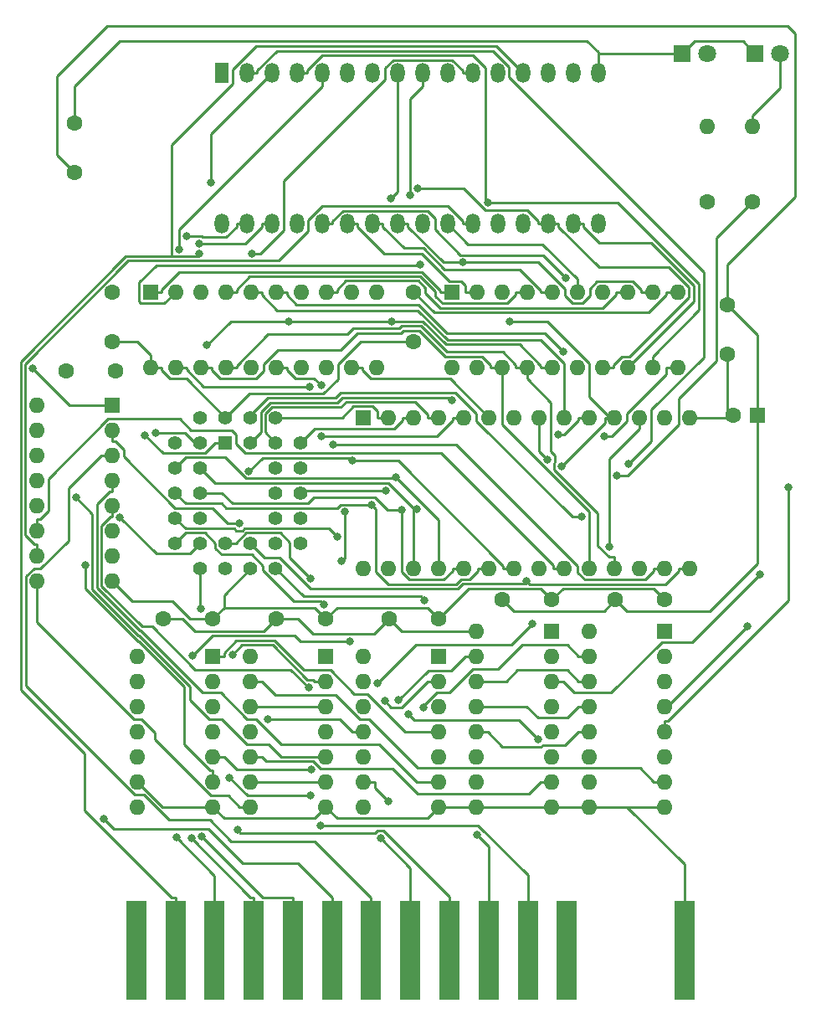
<source format=gbr>
%TF.GenerationSoftware,KiCad,Pcbnew,(6.0.9)*%
%TF.CreationDate,2023-10-29T11:26:51+01:00*%
%TF.ProjectId,p2000t-slot2-datacartridge,70323030-3074-42d7-936c-6f74322d6461,rev?*%
%TF.SameCoordinates,Original*%
%TF.FileFunction,Copper,L2,Bot*%
%TF.FilePolarity,Positive*%
%FSLAX46Y46*%
G04 Gerber Fmt 4.6, Leading zero omitted, Abs format (unit mm)*
G04 Created by KiCad (PCBNEW (6.0.9)) date 2023-10-29 11:26:51*
%MOMM*%
%LPD*%
G01*
G04 APERTURE LIST*
%TA.AperFunction,ComponentPad*%
%ADD10C,1.800000*%
%TD*%
%TA.AperFunction,ComponentPad*%
%ADD11R,1.800000X1.800000*%
%TD*%
%TA.AperFunction,ComponentPad*%
%ADD12O,1.600000X1.600000*%
%TD*%
%TA.AperFunction,ComponentPad*%
%ADD13C,1.600000*%
%TD*%
%TA.AperFunction,ComponentPad*%
%ADD14R,1.600000X1.600000*%
%TD*%
%TA.AperFunction,SMDPad,CuDef*%
%ADD15R,2.000000X10.000000*%
%TD*%
%TA.AperFunction,ComponentPad*%
%ADD16C,1.422400*%
%TD*%
%TA.AperFunction,ComponentPad*%
%ADD17R,1.422400X1.422400*%
%TD*%
%TA.AperFunction,ComponentPad*%
%ADD18O,1.440000X2.000000*%
%TD*%
%TA.AperFunction,ComponentPad*%
%ADD19R,1.440000X2.000000*%
%TD*%
%TA.AperFunction,ViaPad*%
%ADD20C,0.800000*%
%TD*%
%TA.AperFunction,Conductor*%
%ADD21C,0.250000*%
%TD*%
G04 APERTURE END LIST*
D10*
%TO.P,D2,2,A*%
%TO.N,Net-(D2-Pad2)*%
X120899000Y-57150000D03*
D11*
%TO.P,D2,1,K*%
%TO.N,GND*%
X118359000Y-57150000D03*
%TD*%
D12*
%TO.P,R1,2*%
%TO.N,Net-(D1-Pad2)*%
X113538000Y-64516000D03*
D13*
%TO.P,R1,1*%
%TO.N,Net-(R1-Pad1)*%
X113538000Y-72136000D03*
%TD*%
D10*
%TO.P,D1,2,A*%
%TO.N,Net-(D1-Pad2)*%
X113533000Y-57150000D03*
D11*
%TO.P,D1,1,K*%
%TO.N,GND*%
X110993000Y-57150000D03*
%TD*%
D12*
%TO.P,R2,2*%
%TO.N,Net-(D2-Pad2)*%
X118110000Y-64516000D03*
D13*
%TO.P,R2,1*%
%TO.N,Net-(R2-Pad1)*%
X118110000Y-72136000D03*
%TD*%
D12*
%TO.P,U3,16,VCC*%
%TO.N,VCC*%
X45710000Y-92700000D03*
%TO.P,U3,15,O0*%
%TO.N,Net-(U1-Pad2)*%
X45710000Y-95240000D03*
%TO.P,U3,14,O1*%
%TO.N,Net-(U1-Pad5)*%
X45710000Y-97780000D03*
%TO.P,U3,13,O2*%
%TO.N,SO2*%
X45710000Y-100320000D03*
%TO.P,U3,12,O3*%
%TO.N,Net-(U1-Pad11)*%
X45710000Y-102860000D03*
%TO.P,U3,11,O4*%
%TO.N,SO4*%
X45710000Y-105400000D03*
%TO.P,U3,10,O5*%
%TO.N,SO5*%
X45710000Y-107940000D03*
%TO.P,U3,9,O6*%
%TO.N,SO6*%
X45710000Y-110480000D03*
%TO.P,U3,8,GND*%
%TO.N,GND*%
X53330000Y-110480000D03*
%TO.P,U3,7,O7*%
%TO.N,unconnected-(U3-Pad7)*%
X53330000Y-107940000D03*
%TO.P,U3,6,E3*%
%TO.N,Net-(U3-Pad6)*%
X53330000Y-105400000D03*
%TO.P,U3,5,E2*%
%TO.N,~{IORQ}*%
X53330000Y-102860000D03*
%TO.P,U3,4,E1*%
%TO.N,Net-(U2-Pad6)*%
X53330000Y-100320000D03*
%TO.P,U3,3,A2*%
%TO.N,A2*%
X53330000Y-97780000D03*
%TO.P,U3,2,A1*%
%TO.N,A1*%
X53330000Y-95240000D03*
D14*
%TO.P,U3,1,A0*%
%TO.N,A0*%
X53330000Y-92700000D03*
%TD*%
D12*
%TO.P,U2,14,VCC*%
%TO.N,VCC*%
X78740000Y-118110000D03*
%TO.P,U2,13*%
%TO.N,N/C*%
X78740000Y-120650000D03*
%TO.P,U2,12*%
X78740000Y-123190000D03*
%TO.P,U2,11*%
%TO.N,~{RES}*%
X78740000Y-125730000D03*
%TO.P,U2,10*%
%TO.N,Net-(U2-Pad10)*%
X78740000Y-128270000D03*
%TO.P,U2,9*%
%TO.N,~{RES}*%
X78740000Y-130810000D03*
%TO.P,U2,8*%
%TO.N,Net-(U2-Pad8)*%
X78740000Y-133350000D03*
%TO.P,U2,7,GND*%
%TO.N,GND*%
X86360000Y-133350000D03*
%TO.P,U2,6*%
%TO.N,Net-(U2-Pad6)*%
X86360000Y-130810000D03*
%TO.P,U2,5*%
%TO.N,M1*%
X86360000Y-128270000D03*
%TO.P,U2,4*%
%TO.N,Net-(U2-Pad4)*%
X86360000Y-125730000D03*
%TO.P,U2,3*%
%TO.N,A4*%
X86360000Y-123190000D03*
%TO.P,U2,2*%
%TO.N,Net-(U2-Pad2)*%
X86360000Y-120650000D03*
D14*
%TO.P,U2,1*%
%TO.N,A7*%
X86360000Y-118110000D03*
%TD*%
D12*
%TO.P,U1,14,VCC*%
%TO.N,VCC*%
X67310000Y-118105000D03*
%TO.P,U1,13*%
%TO.N,Net-(U1-Pad13)*%
X67310000Y-120645000D03*
%TO.P,U1,12*%
%TO.N,~{WR}*%
X67310000Y-123185000D03*
%TO.P,U1,11*%
%TO.N,Net-(U1-Pad11)*%
X67310000Y-125725000D03*
%TO.P,U1,10*%
%TO.N,Net-(U1-Pad10)*%
X67310000Y-128265000D03*
%TO.P,U1,9*%
%TO.N,~{WR}*%
X67310000Y-130805000D03*
%TO.P,U1,8*%
%TO.N,SO6*%
X67310000Y-133345000D03*
%TO.P,U1,7,GND*%
%TO.N,GND*%
X74930000Y-133345000D03*
%TO.P,U1,6*%
%TO.N,~{WR}*%
X74930000Y-130805000D03*
%TO.P,U1,5*%
%TO.N,Net-(U1-Pad5)*%
X74930000Y-128265000D03*
%TO.P,U1,4*%
%TO.N,Net-(U1-Pad4)*%
X74930000Y-125725000D03*
%TO.P,U1,3*%
%TO.N,~{WR}*%
X74930000Y-123185000D03*
%TO.P,U1,2*%
%TO.N,Net-(U1-Pad2)*%
X74930000Y-120645000D03*
D14*
%TO.P,U1,1*%
%TO.N,Net-(U1-Pad1)*%
X74930000Y-118105000D03*
%TD*%
D12*
%TO.P,U4,14,VCC*%
%TO.N,VCC*%
X55880000Y-118105000D03*
%TO.P,U4,13*%
%TO.N,GND*%
X55880000Y-120645000D03*
%TO.P,U4,12*%
X55880000Y-123185000D03*
%TO.P,U4,11*%
%TO.N,N/C*%
X55880000Y-125725000D03*
%TO.P,U4,10*%
%TO.N,GND*%
X55880000Y-128265000D03*
%TO.P,U4,9*%
X55880000Y-130805000D03*
%TO.P,U4,8*%
%TO.N,unconnected-(U4-Pad8)*%
X55880000Y-133345000D03*
%TO.P,U4,7,GND*%
%TO.N,GND*%
X63500000Y-133345000D03*
%TO.P,U4,6*%
%TO.N,Net-(U3-Pad6)*%
X63500000Y-130805000D03*
%TO.P,U4,5*%
%TO.N,Net-(U2-Pad2)*%
X63500000Y-128265000D03*
%TO.P,U4,4*%
%TO.N,A5*%
X63500000Y-125725000D03*
%TO.P,U4,3*%
%TO.N,N/C*%
X63500000Y-123185000D03*
%TO.P,U4,2*%
%TO.N,A6*%
X63500000Y-120645000D03*
D14*
%TO.P,U4,1*%
%TO.N,Net-(U2-Pad4)*%
X63500000Y-118105000D03*
%TD*%
D12*
%TO.P,U5,20,VCC*%
%TO.N,VCC*%
X87635000Y-88910000D03*
%TO.P,U5,19,Q7*%
%TO.N,CA15*%
X90175000Y-88910000D03*
%TO.P,U5,18,D7*%
%TO.N,D7*%
X92715000Y-88910000D03*
%TO.P,U5,17,D6*%
%TO.N,D6*%
X95255000Y-88910000D03*
%TO.P,U5,16,Q6*%
%TO.N,CA14*%
X97795000Y-88910000D03*
%TO.P,U5,15,Q5*%
%TO.N,CA13*%
X100335000Y-88910000D03*
%TO.P,U5,14,D5*%
%TO.N,D5*%
X102875000Y-88910000D03*
%TO.P,U5,13,D4*%
%TO.N,D4*%
X105415000Y-88910000D03*
%TO.P,U5,12,Q4*%
%TO.N,CA12*%
X107955000Y-88910000D03*
%TO.P,U5,11,Cp*%
%TO.N,Net-(U1-Pad4)*%
X110495000Y-88910000D03*
%TO.P,U5,10,GND*%
%TO.N,GND*%
X110495000Y-81290000D03*
%TO.P,U5,9,Q3*%
%TO.N,CA11*%
X107955000Y-81290000D03*
%TO.P,U5,8,D3*%
%TO.N,D3*%
X105415000Y-81290000D03*
%TO.P,U5,7,D2*%
%TO.N,D2*%
X102875000Y-81290000D03*
%TO.P,U5,6,Q2*%
%TO.N,CA10*%
X100335000Y-81290000D03*
%TO.P,U5,5,Q1*%
%TO.N,CA9*%
X97795000Y-81290000D03*
%TO.P,U5,4,D1*%
%TO.N,D1*%
X95255000Y-81290000D03*
%TO.P,U5,3,D0*%
%TO.N,D0*%
X92715000Y-81290000D03*
%TO.P,U5,2,Q0*%
%TO.N,CA8*%
X90175000Y-81290000D03*
D14*
%TO.P,U5,1,~{Mr}*%
%TO.N,~{RES}*%
X87635000Y-81290000D03*
%TD*%
D15*
%TO.P,J1,15a,Pin_15a*%
%TO.N,GND*%
X111182000Y-147828000D03*
%TO.P,J1,12a,Pin_12a*%
%TO.N,unconnected-(J1-Pad12a)*%
X99302000Y-147828000D03*
%TO.P,J1,11a,Pin_11a*%
%TO.N,~{IORQ}*%
X95342000Y-147828000D03*
%TO.P,J1,10a,Pin_10a*%
%TO.N,~{RD}*%
X91382000Y-147828000D03*
%TO.P,J1,9a,Pin_9a*%
%TO.N,A6*%
X87422000Y-147828000D03*
%TO.P,J1,8a,Pin_8a*%
%TO.N,A4*%
X83462000Y-147828000D03*
%TO.P,J1,7a,Pin_7a*%
%TO.N,A2*%
X79502000Y-147828000D03*
%TO.P,J1,6a,Pin_6a*%
%TO.N,A0*%
X75542000Y-147828000D03*
%TO.P,J1,5a,Pin_5a*%
%TO.N,D6*%
X71582000Y-147828000D03*
%TO.P,J1,4a,Pin_4a*%
%TO.N,D4*%
X67622000Y-147828000D03*
%TO.P,J1,3a,Pin_3a*%
%TO.N,D2*%
X63662000Y-147828000D03*
%TO.P,J1,2a,Pin_2a*%
%TO.N,D0*%
X59702000Y-147828000D03*
%TO.P,J1,1a,Pin_1a*%
%TO.N,unconnected-(J1-Pad1a)*%
X55742000Y-147828000D03*
%TD*%
D12*
%TO.P,U6,20,VCC*%
%TO.N,VCC*%
X57155000Y-88910000D03*
%TO.P,U6,19,Q7*%
%TO.N,CA7*%
X59695000Y-88910000D03*
%TO.P,U6,18,D7*%
%TO.N,D7*%
X62235000Y-88910000D03*
%TO.P,U6,17,D6*%
%TO.N,D6*%
X64775000Y-88910000D03*
%TO.P,U6,16,Q6*%
%TO.N,CA6*%
X67315000Y-88910000D03*
%TO.P,U6,15,Q5*%
%TO.N,CA5*%
X69855000Y-88910000D03*
%TO.P,U6,14,D5*%
%TO.N,D5*%
X72395000Y-88910000D03*
%TO.P,U6,13,D4*%
%TO.N,D4*%
X74935000Y-88910000D03*
%TO.P,U6,12,Q4*%
%TO.N,CA4*%
X77475000Y-88910000D03*
%TO.P,U6,11,Cp*%
%TO.N,Net-(U1-Pad1)*%
X80015000Y-88910000D03*
%TO.P,U6,10,GND*%
%TO.N,GND*%
X80015000Y-81290000D03*
%TO.P,U6,9,Q3*%
%TO.N,CA3*%
X77475000Y-81290000D03*
%TO.P,U6,8,D3*%
%TO.N,D3*%
X74935000Y-81290000D03*
%TO.P,U6,7,D2*%
%TO.N,D2*%
X72395000Y-81290000D03*
%TO.P,U6,6,Q2*%
%TO.N,CA2*%
X69855000Y-81290000D03*
%TO.P,U6,5,Q1*%
%TO.N,CA1*%
X67315000Y-81290000D03*
%TO.P,U6,4,D1*%
%TO.N,D1*%
X64775000Y-81290000D03*
%TO.P,U6,3,D0*%
%TO.N,D0*%
X62235000Y-81290000D03*
%TO.P,U6,2,Q0*%
%TO.N,CA0*%
X59695000Y-81290000D03*
D14*
%TO.P,U6,1,~{Mr}*%
%TO.N,~{RES}*%
X57155000Y-81290000D03*
%TD*%
D13*
%TO.P,C1,2*%
%TO.N,GND*%
X63500000Y-114300000D03*
%TO.P,C1,1*%
%TO.N,VCC*%
X58500000Y-114300000D03*
%TD*%
%TO.P,C2,2*%
%TO.N,GND*%
X74930000Y-114300000D03*
%TO.P,C2,1*%
%TO.N,VCC*%
X69930000Y-114300000D03*
%TD*%
%TO.P,C3,2*%
%TO.N,GND*%
X86360000Y-114300000D03*
%TO.P,C3,1*%
%TO.N,VCC*%
X81360000Y-114300000D03*
%TD*%
%TO.P,C4,2*%
%TO.N,GND*%
X109220000Y-112395000D03*
%TO.P,C4,1*%
%TO.N,VCC*%
X104220000Y-112395000D03*
%TD*%
%TO.P,C5,2*%
%TO.N,GND*%
X53340000Y-81290000D03*
%TO.P,C5,1*%
%TO.N,VCC*%
X53340000Y-86290000D03*
%TD*%
%TO.P,C6,2*%
%TO.N,GND*%
X53660000Y-89275000D03*
%TO.P,C6,1*%
%TO.N,VCC*%
X48660000Y-89275000D03*
%TD*%
%TO.P,C8,2*%
%TO.N,GND*%
X115570000Y-87550000D03*
%TO.P,C8,1*%
%TO.N,VCC*%
X115570000Y-82550000D03*
%TD*%
%TO.P,C9,2*%
%TO.N,GND*%
X49530000Y-64175000D03*
%TO.P,C9,1*%
%TO.N,VCC*%
X49530000Y-69175000D03*
%TD*%
D16*
%TO.P,U8,32,VCC*%
%TO.N,VCC*%
X64770000Y-93980000D03*
%TO.P,U8,31,PGM*%
%TO.N,~{WR}*%
X62230000Y-96520000D03*
%TO.P,U8,30,A17*%
%TO.N,CA17*%
X62230000Y-93980000D03*
%TO.P,U8,29,A14*%
%TO.N,CA14*%
X59690000Y-96520000D03*
%TO.P,U8,28,A13*%
%TO.N,CA13*%
X62230000Y-99060000D03*
%TO.P,U8,27,A8*%
%TO.N,CA8*%
X59690000Y-99060000D03*
%TO.P,U8,26,A9*%
%TO.N,CA9*%
X62230000Y-101600000D03*
%TO.P,U8,25,A11*%
%TO.N,CA11*%
X59690000Y-101600000D03*
%TO.P,U8,24,OE*%
%TO.N,~{RD}*%
X62230000Y-104140000D03*
%TO.P,U8,23,A10*%
%TO.N,CA10*%
X59690000Y-104140000D03*
%TO.P,U8,22,CE*%
%TO.N,SO2*%
X62230000Y-106680000D03*
%TO.P,U8,21,D7*%
%TO.N,D7*%
X59690000Y-106680000D03*
%TO.P,U8,20,D6*%
%TO.N,D6*%
X62230000Y-109220000D03*
%TO.P,U8,19,D5*%
%TO.N,D5*%
X64770000Y-106680000D03*
%TO.P,U8,18,D4*%
%TO.N,D4*%
X64770000Y-109220000D03*
%TO.P,U8,17,D3*%
%TO.N,D3*%
X67310000Y-106680000D03*
%TO.P,U8,16,GND*%
%TO.N,GND*%
X67310000Y-109220000D03*
%TO.P,U8,15,D2*%
%TO.N,D2*%
X69850000Y-106680000D03*
%TO.P,U8,14,D1*%
%TO.N,D1*%
X69850000Y-109220000D03*
%TO.P,U8,13,D0*%
%TO.N,D0*%
X72390000Y-106680000D03*
%TO.P,U8,12,A0*%
%TO.N,CA0*%
X69850000Y-104140000D03*
%TO.P,U8,11,A1*%
%TO.N,CA1*%
X72390000Y-104140000D03*
%TO.P,U8,10,A2*%
%TO.N,CA2*%
X69850000Y-101600000D03*
%TO.P,U8,9,A3*%
%TO.N,CA3*%
X72390000Y-101600000D03*
%TO.P,U8,8,A4*%
%TO.N,CA4*%
X69850000Y-99060000D03*
%TO.P,U8,7,A5*%
%TO.N,CA5*%
X72390000Y-99060000D03*
%TO.P,U8,6,A6*%
%TO.N,CA6*%
X69850000Y-96520000D03*
%TO.P,U8,5,A7*%
%TO.N,CA7*%
X72390000Y-96520000D03*
%TO.P,U8,4,A12*%
%TO.N,CA12*%
X69850000Y-93980000D03*
%TO.P,U8,3,A15*%
%TO.N,CA15*%
X67310000Y-96520000D03*
%TO.P,U8,2,A16*%
%TO.N,CA16*%
X67310000Y-93980000D03*
D17*
%TO.P,U8,1,A18*%
%TO.N,CA18*%
X64770000Y-96520000D03*
%TD*%
D12*
%TO.P,U7,16,VCC*%
%TO.N,VCC*%
X101600000Y-115570000D03*
%TO.P,U7,15,Mr*%
%TO.N,Net-(U2-Pad8)*%
X101600000Y-118110000D03*
%TO.P,U7,14,D0*%
%TO.N,D0*%
X101600000Y-120650000D03*
%TO.P,U7,13,D1*%
%TO.N,D1*%
X101600000Y-123190000D03*
%TO.P,U7,12,D2*%
%TO.N,D2*%
X101600000Y-125730000D03*
%TO.P,U7,11,D3*%
%TO.N,GND*%
X101600000Y-128270000D03*
%TO.P,U7,10,E2*%
X101600000Y-130810000D03*
%TO.P,U7,9,E1*%
X101600000Y-133350000D03*
%TO.P,U7,8,GND*%
X109220000Y-133350000D03*
%TO.P,U7,7,Cp*%
%TO.N,Net-(U1-Pad13)*%
X109220000Y-130810000D03*
%TO.P,U7,6,Q3*%
%TO.N,unconnected-(U7-Pad6)*%
X109220000Y-128270000D03*
%TO.P,U7,5,Q2*%
%TO.N,CA18*%
X109220000Y-125730000D03*
%TO.P,U7,4,Q1*%
%TO.N,CA17*%
X109220000Y-123190000D03*
%TO.P,U7,3,Q0*%
%TO.N,CA16*%
X109220000Y-120650000D03*
%TO.P,U7,2,Oe2*%
%TO.N,GND*%
X109220000Y-118110000D03*
D14*
%TO.P,U7,1,Oe1*%
X109220000Y-115570000D03*
%TD*%
D13*
%TO.P,C7,2*%
%TO.N,GND*%
X83820000Y-81280000D03*
%TO.P,C7,1*%
%TO.N,VCC*%
X83820000Y-86280000D03*
%TD*%
%TO.P,C10,2*%
%TO.N,GND*%
X97790000Y-112395000D03*
%TO.P,C10,1*%
%TO.N,VCC*%
X92790000Y-112395000D03*
%TD*%
%TO.P,C11,2*%
%TO.N,GND*%
X116118000Y-93726000D03*
D14*
%TO.P,C11,1*%
%TO.N,VCC*%
X118618000Y-93726000D03*
%TD*%
D12*
%TO.P,U9,16,VCC*%
%TO.N,VCC*%
X90160000Y-115560000D03*
%TO.P,U9,15,Mr*%
%TO.N,Net-(U2-Pad10)*%
X90160000Y-118100000D03*
%TO.P,U9,14,D0*%
%TO.N,D0*%
X90160000Y-120640000D03*
%TO.P,U9,13,D1*%
%TO.N,D1*%
X90160000Y-123180000D03*
%TO.P,U9,12,D2*%
%TO.N,D2*%
X90160000Y-125720000D03*
%TO.P,U9,11,D3*%
%TO.N,D3*%
X90160000Y-128260000D03*
%TO.P,U9,10,E2*%
%TO.N,GND*%
X90160000Y-130800000D03*
%TO.P,U9,9,E1*%
X90160000Y-133340000D03*
%TO.P,U9,8,GND*%
X97780000Y-133340000D03*
%TO.P,U9,7,Cp*%
%TO.N,Net-(U1-Pad10)*%
X97780000Y-130800000D03*
%TO.P,U9,6,Q3*%
%TO.N,unconnected-(U9-Pad6)*%
X97780000Y-128260000D03*
%TO.P,U9,5,Q2*%
%TO.N,unconnected-(U9-Pad5)*%
X97780000Y-125720000D03*
%TO.P,U9,4,Q1*%
%TO.N,Net-(R2-Pad1)*%
X97780000Y-123180000D03*
%TO.P,U9,3,Q0*%
%TO.N,Net-(R1-Pad1)*%
X97780000Y-120640000D03*
%TO.P,U9,2,Oe2*%
%TO.N,GND*%
X97780000Y-118100000D03*
D14*
%TO.P,U9,1,Oe1*%
X97780000Y-115560000D03*
%TD*%
D18*
%TO.P,U10,32,VCC*%
%TO.N,VCC*%
X64398000Y-74387500D03*
%TO.P,U10,31,PGM*%
%TO.N,~{WR}*%
X66938000Y-74387500D03*
%TO.P,U10,30,A17*%
%TO.N,CA17*%
X69478000Y-74387500D03*
%TO.P,U10,29,A14*%
%TO.N,CA14*%
X72018000Y-74387500D03*
%TO.P,U10,28,A13*%
%TO.N,CA13*%
X74558000Y-74387500D03*
%TO.P,U10,27,A8*%
%TO.N,CA8*%
X77098000Y-74387500D03*
%TO.P,U10,26,A9*%
%TO.N,CA9*%
X79638000Y-74387500D03*
%TO.P,U10,25,A11*%
%TO.N,CA11*%
X82178000Y-74387500D03*
%TO.P,U10,24,OE*%
%TO.N,~{RD}*%
X84718000Y-74387500D03*
%TO.P,U10,23,A10*%
%TO.N,CA10*%
X87258000Y-74387500D03*
%TO.P,U10,22,CE*%
%TO.N,SO5*%
X89798000Y-74387500D03*
%TO.P,U10,21,D7*%
%TO.N,D7*%
X92338000Y-74387500D03*
%TO.P,U10,20,D6*%
%TO.N,D6*%
X94878000Y-74387500D03*
%TO.P,U10,19,D5*%
%TO.N,D5*%
X97418000Y-74387500D03*
%TO.P,U10,18,D4*%
%TO.N,D4*%
X99958000Y-74387500D03*
%TO.P,U10,17,D3*%
%TO.N,D3*%
X102498000Y-74387500D03*
%TO.P,U10,16,GND*%
%TO.N,GND*%
X102498000Y-59147500D03*
%TO.P,U10,15,D2*%
%TO.N,D2*%
X99958000Y-59147500D03*
%TO.P,U10,14,D1*%
%TO.N,D1*%
X97418000Y-59147500D03*
%TO.P,U10,13,D0*%
%TO.N,D0*%
X94878000Y-59147500D03*
%TO.P,U10,12,A0*%
%TO.N,CA0*%
X92338000Y-59147500D03*
%TO.P,U10,11,A1*%
%TO.N,CA1*%
X89798000Y-59147500D03*
%TO.P,U10,10,A2*%
%TO.N,CA2*%
X87258000Y-59147500D03*
%TO.P,U10,9,A3*%
%TO.N,CA3*%
X84718000Y-59147500D03*
%TO.P,U10,8,A4*%
%TO.N,CA4*%
X82178000Y-59147500D03*
%TO.P,U10,7,A5*%
%TO.N,CA5*%
X79638000Y-59147500D03*
%TO.P,U10,6,A6*%
%TO.N,CA6*%
X77098000Y-59147500D03*
%TO.P,U10,5,A7*%
%TO.N,CA7*%
X74558000Y-59147500D03*
%TO.P,U10,4,A12*%
%TO.N,CA12*%
X72018000Y-59147500D03*
%TO.P,U10,3,A15*%
%TO.N,CA15*%
X69478000Y-59147500D03*
%TO.P,U10,2,A16*%
%TO.N,CA16*%
X66938000Y-59147500D03*
D19*
%TO.P,U10,1,A18*%
%TO.N,CA18*%
X64398000Y-59147500D03*
%TD*%
D12*
%TO.P,U11,28,VCC*%
%TO.N,VCC*%
X78725000Y-109215000D03*
%TO.P,U11,27,~{WE}*%
%TO.N,~{WR}*%
X81265000Y-109215000D03*
%TO.P,U11,26,A13*%
%TO.N,CA13*%
X83805000Y-109215000D03*
%TO.P,U11,25,A8*%
%TO.N,CA8*%
X86345000Y-109215000D03*
%TO.P,U11,24,A9*%
%TO.N,CA9*%
X88885000Y-109215000D03*
%TO.P,U11,23,A11*%
%TO.N,CA11*%
X91425000Y-109215000D03*
%TO.P,U11,22,~{OE}*%
%TO.N,~{RD}*%
X93965000Y-109215000D03*
%TO.P,U11,21,A10*%
%TO.N,CA10*%
X96505000Y-109215000D03*
%TO.P,U11,20,~{CS}*%
%TO.N,SO4*%
X99045000Y-109215000D03*
%TO.P,U11,19,Q7*%
%TO.N,D7*%
X101585000Y-109215000D03*
%TO.P,U11,18,Q6*%
%TO.N,D6*%
X104125000Y-109215000D03*
%TO.P,U11,17,Q5*%
%TO.N,D5*%
X106665000Y-109215000D03*
%TO.P,U11,16,Q4*%
%TO.N,D4*%
X109205000Y-109215000D03*
%TO.P,U11,15,Q3*%
%TO.N,D3*%
X111745000Y-109215000D03*
%TO.P,U11,14,GND*%
%TO.N,GND*%
X111745000Y-93975000D03*
%TO.P,U11,13,Q2*%
%TO.N,D2*%
X109205000Y-93975000D03*
%TO.P,U11,12,Q1*%
%TO.N,D1*%
X106665000Y-93975000D03*
%TO.P,U11,11,Q0*%
%TO.N,D0*%
X104125000Y-93975000D03*
%TO.P,U11,10,A0*%
%TO.N,CA0*%
X101585000Y-93975000D03*
%TO.P,U11,9,A1*%
%TO.N,CA1*%
X99045000Y-93975000D03*
%TO.P,U11,8,A2*%
%TO.N,CA2*%
X96505000Y-93975000D03*
%TO.P,U11,7,A3*%
%TO.N,CA3*%
X93965000Y-93975000D03*
%TO.P,U11,6,A4*%
%TO.N,CA4*%
X91425000Y-93975000D03*
%TO.P,U11,5,A5*%
%TO.N,CA5*%
X88885000Y-93975000D03*
%TO.P,U11,4,A6*%
%TO.N,CA6*%
X86345000Y-93975000D03*
%TO.P,U11,3,A7*%
%TO.N,CA7*%
X83805000Y-93975000D03*
%TO.P,U11,2,A12*%
%TO.N,CA12*%
X81265000Y-93975000D03*
D14*
%TO.P,U11,1,A14*%
%TO.N,CA14*%
X78725000Y-93975000D03*
%TD*%
D20*
%TO.N,Net-(U2-Pad10)*%
X82288100Y-122529600D03*
%TO.N,Net-(U2-Pad8)*%
X84773900Y-123287800D03*
%TO.N,Net-(U1-Pad2)*%
X65456000Y-117943900D03*
%TO.N,Net-(U1-Pad5)*%
X49618900Y-102028700D03*
%TO.N,Net-(U3-Pad6)*%
X50555900Y-108900600D03*
%TO.N,CA18*%
X56621600Y-95745000D03*
X121693200Y-100980300D03*
%TO.N,CA16*%
X105517900Y-98693500D03*
X100836600Y-104026400D03*
%TO.N,CA17*%
X117574200Y-115078200D03*
X62063600Y-76386300D03*
%TO.N,SO2*%
X54102400Y-104082800D03*
%TO.N,Net-(U2-Pad2)*%
X73441300Y-129571500D03*
X80875500Y-122646800D03*
%TO.N,Net-(R2-Pad1)*%
X104337200Y-99806100D03*
%TO.N,Net-(R1-Pad1)*%
X118854500Y-109830100D03*
%TO.N,Net-(U1-Pad4)*%
X103085000Y-95855700D03*
X95832000Y-114800700D03*
X80152100Y-120835100D03*
%TO.N,CA15*%
X63309600Y-70208700D03*
X87703000Y-92190500D03*
%TO.N,CA7*%
X73287600Y-90822800D03*
X60089800Y-76936400D03*
%TO.N,CA5*%
X74478300Y-95835900D03*
X74435800Y-90730800D03*
%TO.N,CA13*%
X84159000Y-103197800D03*
X99209600Y-79860400D03*
%TO.N,CA14*%
X71193000Y-84241300D03*
X81592900Y-84228800D03*
X62879500Y-86645800D03*
%TO.N,CA8*%
X81991800Y-99964200D03*
%TO.N,CA11*%
X88761600Y-78256000D03*
X79531200Y-102765300D03*
%TO.N,CA9*%
X82566900Y-103270100D03*
%TO.N,CA12*%
X91322200Y-72248100D03*
%TO.N,CA10*%
X76114800Y-106026200D03*
%TO.N,CA0*%
X84449700Y-78506100D03*
X98438700Y-95684800D03*
%TO.N,CA3*%
X83468500Y-71499200D03*
X81015700Y-101385600D03*
%TO.N,CA1*%
X67442300Y-77386700D03*
%TO.N,CA4*%
X81484700Y-71827600D03*
%TO.N,CA2*%
X97353500Y-98217700D03*
X98920400Y-87301500D03*
%TO.N,~{WR}*%
X57693200Y-95482500D03*
X60827600Y-75661000D03*
X83259300Y-123926700D03*
X96431000Y-126503200D03*
%TO.N,Net-(U1-Pad1)*%
X76840600Y-103495400D03*
X76538900Y-108487600D03*
%TO.N,D1*%
X103587800Y-107044100D03*
X84869500Y-112435300D03*
%TO.N,D3*%
X95235000Y-110532200D03*
%TO.N,D5*%
X73349000Y-110221700D03*
X84228000Y-70771800D03*
%TO.N,D7*%
X74743000Y-112864700D03*
%TO.N,A1*%
X66170500Y-104669000D03*
%TO.N,A5*%
X73394100Y-132186000D03*
X65158700Y-130370700D03*
%TO.N,~{RES}*%
X81226000Y-132758900D03*
X69080500Y-124485200D03*
%TO.N,~{IORQ}*%
X74418100Y-135229700D03*
X73210500Y-121295100D03*
%TO.N,~{RD}*%
X67134300Y-99397700D03*
X90216700Y-136165200D03*
X77565900Y-98328000D03*
%TO.N,A6*%
X66000000Y-135661000D03*
%TO.N,A4*%
X80445900Y-136502200D03*
%TO.N,A0*%
X52468400Y-134550700D03*
X45246600Y-88999300D03*
%TO.N,D6*%
X62280100Y-113336000D03*
X62374700Y-136304900D03*
%TO.N,D4*%
X61324400Y-136527100D03*
X75685800Y-96683100D03*
%TO.N,D2*%
X77384800Y-116618000D03*
X61410900Y-118081600D03*
X59814400Y-136438700D03*
%TO.N,D0*%
X98753100Y-98934100D03*
X62088900Y-77386700D03*
X93528300Y-84246700D03*
%TD*%
D21*
%TO.N,Net-(U2-Pad10)*%
X87610100Y-119524600D02*
X89034700Y-118100000D01*
X85293100Y-119524600D02*
X87610100Y-119524600D01*
X82288100Y-122529600D02*
X85293100Y-119524600D01*
X90160000Y-118100000D02*
X89034700Y-118100000D01*
%TO.N,Net-(U2-Pad8)*%
X84773900Y-123156300D02*
X84773900Y-123287800D01*
X86154800Y-121775400D02*
X84773900Y-123156300D01*
X87422900Y-121775400D02*
X86154800Y-121775400D01*
X89828300Y-119370000D02*
X87422900Y-121775400D01*
X92360700Y-119370000D02*
X89828300Y-119370000D01*
X94772100Y-116958600D02*
X92360700Y-119370000D01*
X99323300Y-116958600D02*
X94772100Y-116958600D01*
X100474700Y-118110000D02*
X99323300Y-116958600D01*
X101600000Y-118110000D02*
X100474700Y-118110000D01*
%TO.N,Net-(U2-Pad6)*%
X53330000Y-100320000D02*
X53330000Y-101445300D01*
X53048600Y-101445300D02*
X53330000Y-101445300D01*
X51754400Y-102739500D02*
X53048600Y-101445300D01*
X51754400Y-111163100D02*
X51754400Y-102739500D01*
X56123200Y-115531900D02*
X51754400Y-111163100D01*
X56202800Y-115531900D02*
X56123200Y-115531900D01*
X62441300Y-121770400D02*
X56202800Y-115531900D01*
X64283800Y-121770400D02*
X62441300Y-121770400D01*
X66968400Y-124455000D02*
X64283800Y-121770400D01*
X67838300Y-124455000D02*
X66968400Y-124455000D01*
X70378300Y-126995000D02*
X67838300Y-124455000D01*
X80342700Y-126995000D02*
X70378300Y-126995000D01*
X84157700Y-130810000D02*
X80342700Y-126995000D01*
X86360000Y-130810000D02*
X84157700Y-130810000D01*
%TO.N,Net-(U1-Pad2)*%
X74930000Y-120645000D02*
X73804700Y-120645000D01*
X66420300Y-116979600D02*
X65456000Y-117943900D01*
X69541400Y-116979600D02*
X66420300Y-116979600D01*
X73052400Y-120490600D02*
X69541400Y-116979600D01*
X73650300Y-120490600D02*
X73052400Y-120490600D01*
X73804700Y-120645000D02*
X73650300Y-120490600D01*
%TO.N,Net-(U1-Pad5)*%
X74930000Y-128265000D02*
X73804700Y-128265000D01*
X51285800Y-103695600D02*
X49618900Y-102028700D01*
X51285800Y-111331400D02*
X51285800Y-103695600D01*
X55936600Y-115982200D02*
X51285800Y-111331400D01*
X56016200Y-115982200D02*
X55936600Y-115982200D01*
X61193100Y-121159100D02*
X56016200Y-115982200D01*
X61193100Y-122491200D02*
X61193100Y-121159100D01*
X63156900Y-124455000D02*
X61193100Y-122491200D01*
X64428400Y-124455000D02*
X63156900Y-124455000D01*
X66968400Y-126995000D02*
X64428400Y-124455000D01*
X69141900Y-126995000D02*
X66968400Y-126995000D01*
X70411900Y-128265000D02*
X69141900Y-126995000D01*
X73804700Y-128265000D02*
X70411900Y-128265000D01*
%TO.N,Net-(U1-Pad10)*%
X95483500Y-131971200D02*
X96654700Y-130800000D01*
X84194000Y-131971200D02*
X95483500Y-131971200D01*
X81688800Y-129466000D02*
X84194000Y-131971200D01*
X74375100Y-129466000D02*
X81688800Y-129466000D01*
X73624500Y-128715400D02*
X74375100Y-129466000D01*
X68885700Y-128715400D02*
X73624500Y-128715400D01*
X68435300Y-128265000D02*
X68885700Y-128715400D01*
X67310000Y-128265000D02*
X68435300Y-128265000D01*
X97780000Y-130800000D02*
X96654700Y-130800000D01*
%TO.N,Net-(U2-Pad4)*%
X63500000Y-118105000D02*
X64625300Y-118105000D01*
X82890300Y-125730000D02*
X86360000Y-125730000D01*
X79080300Y-121920000D02*
X82890300Y-125730000D01*
X77805500Y-121920000D02*
X79080300Y-121920000D01*
X75356000Y-119470500D02*
X77805500Y-121920000D01*
X72669200Y-119470500D02*
X75356000Y-119470500D01*
X69728000Y-116529300D02*
X72669200Y-119470500D01*
X65844900Y-116529300D02*
X69728000Y-116529300D01*
X64625300Y-117748900D02*
X65844900Y-116529300D01*
X64625300Y-118105000D02*
X64625300Y-117748900D01*
%TO.N,Net-(U3-Pad6)*%
X50555900Y-111238400D02*
X50555900Y-108900600D01*
X55909300Y-116591800D02*
X50555900Y-111238400D01*
X55988900Y-116591800D02*
X55909300Y-116591800D01*
X60583800Y-121186700D02*
X55988900Y-116591800D01*
X60583800Y-127044800D02*
X60583800Y-121186700D01*
X63218700Y-129679700D02*
X60583800Y-127044800D01*
X63500000Y-129679700D02*
X63218700Y-129679700D01*
X63500000Y-130805000D02*
X63500000Y-129679700D01*
%TO.N,CA18*%
X62697000Y-97556500D02*
X63733500Y-96520000D01*
X58433100Y-97556500D02*
X62697000Y-97556500D01*
X56621600Y-95745000D02*
X58433100Y-97556500D01*
X64770000Y-96520000D02*
X63733500Y-96520000D01*
X109501300Y-124604700D02*
X109220000Y-124604700D01*
X121693200Y-112412800D02*
X109501300Y-124604700D01*
X121693200Y-100980300D02*
X121693200Y-112412800D01*
X109220000Y-125730000D02*
X109220000Y-124604700D01*
%TO.N,CA16*%
X66938000Y-59147500D02*
X67983300Y-59147500D01*
X67983300Y-58853500D02*
X67983300Y-59147500D01*
X69961300Y-56875500D02*
X67983300Y-58853500D01*
X91827300Y-56875500D02*
X69961300Y-56875500D01*
X93448700Y-58496900D02*
X91827300Y-56875500D01*
X93448700Y-59571900D02*
X93448700Y-58496900D01*
X113133700Y-79256900D02*
X93448700Y-59571900D01*
X113133700Y-87877500D02*
X113133700Y-79256900D01*
X107861100Y-93150100D02*
X113133700Y-87877500D01*
X107861100Y-96350300D02*
X107861100Y-93150100D01*
X105517900Y-98693500D02*
X107861100Y-96350300D01*
X99858700Y-104026400D02*
X100836600Y-104026400D01*
X90155000Y-94322700D02*
X99858700Y-104026400D01*
X90155000Y-93587100D02*
X90155000Y-94322700D01*
X88032000Y-91464100D02*
X90155000Y-93587100D01*
X76429000Y-91464100D02*
X88032000Y-91464100D01*
X75894600Y-91998500D02*
X76429000Y-91464100D01*
X69081800Y-91998500D02*
X75894600Y-91998500D01*
X67310000Y-93770300D02*
X69081800Y-91998500D01*
X67310000Y-93980000D02*
X67310000Y-93770300D01*
%TO.N,CA17*%
X109462400Y-123190000D02*
X117574200Y-115078200D01*
X109220000Y-123190000D02*
X109462400Y-123190000D01*
X69478000Y-74387500D02*
X68432700Y-74387500D01*
X66727900Y-76386300D02*
X62063600Y-76386300D01*
X68432700Y-74681500D02*
X66727900Y-76386300D01*
X68432700Y-74387500D02*
X68432700Y-74681500D01*
%TO.N,SO2*%
X57750400Y-107730800D02*
X54102400Y-104082800D01*
X61179200Y-107730800D02*
X57750400Y-107730800D01*
X62230000Y-106680000D02*
X61179200Y-107730800D01*
%TO.N,SO4*%
X99045000Y-109215000D02*
X97919700Y-109215000D01*
X45710000Y-105400000D02*
X45710000Y-104274700D01*
X97919700Y-108933700D02*
X97919700Y-109215000D01*
X86559100Y-97573100D02*
X97919700Y-108933700D01*
X66792200Y-97573100D02*
X86559100Y-97573100D01*
X65837200Y-96618100D02*
X66792200Y-97573100D01*
X65837200Y-95668300D02*
X65837200Y-96618100D01*
X65426300Y-95257400D02*
X65837200Y-95668300D01*
X61297100Y-95257400D02*
X65426300Y-95257400D01*
X60144100Y-94104400D02*
X61297100Y-95257400D01*
X52871400Y-94104400D02*
X60144100Y-94104400D01*
X46835300Y-100140500D02*
X52871400Y-94104400D01*
X46835300Y-103430800D02*
X46835300Y-100140500D01*
X45991400Y-104274700D02*
X46835300Y-103430800D01*
X45710000Y-104274700D02*
X45991400Y-104274700D01*
%TO.N,SO5*%
X45710000Y-107940000D02*
X45710000Y-106814700D01*
X89798000Y-74387500D02*
X88752700Y-74387500D01*
X45428700Y-106814700D02*
X45710000Y-106814700D01*
X44495000Y-105881000D02*
X45428700Y-106814700D01*
X44495000Y-88539900D02*
X44495000Y-105881000D01*
X54922800Y-78112100D02*
X44495000Y-88539900D01*
X70114000Y-78112100D02*
X54922800Y-78112100D01*
X73151900Y-75074200D02*
X70114000Y-78112100D01*
X73151900Y-73978000D02*
X73151900Y-75074200D01*
X74576900Y-72553000D02*
X73151900Y-73978000D01*
X87212200Y-72553000D02*
X74576900Y-72553000D01*
X88752700Y-74093500D02*
X87212200Y-72553000D01*
X88752700Y-74387500D02*
X88752700Y-74093500D01*
%TO.N,Net-(U2-Pad2)*%
X63500000Y-128265000D02*
X64625300Y-128265000D01*
X65931800Y-129571500D02*
X73441300Y-129571500D01*
X64625300Y-128265000D02*
X65931800Y-129571500D01*
X86360000Y-120650000D02*
X85234700Y-120650000D01*
X82629800Y-123254900D02*
X85234700Y-120650000D01*
X81483600Y-123254900D02*
X82629800Y-123254900D01*
X80875500Y-122646800D02*
X81483600Y-123254900D01*
%TO.N,Net-(R2-Pad1)*%
X105470600Y-99806100D02*
X104337200Y-99806100D01*
X110619600Y-94657100D02*
X105470600Y-99806100D01*
X110619600Y-92043300D02*
X110619600Y-94657100D01*
X114444600Y-88218300D02*
X110619600Y-92043300D01*
X114444600Y-75801400D02*
X114444600Y-88218300D01*
X118110000Y-72136000D02*
X114444600Y-75801400D01*
%TO.N,Net-(R1-Pad1)*%
X100054700Y-121789400D02*
X98905300Y-120640000D01*
X103790100Y-121789400D02*
X100054700Y-121789400D01*
X108884100Y-116695400D02*
X103790100Y-121789400D01*
X111989200Y-116695400D02*
X108884100Y-116695400D01*
X118854500Y-109830100D02*
X111989200Y-116695400D01*
X97780000Y-120640000D02*
X98905300Y-120640000D01*
%TO.N,Net-(D2-Pad2)*%
X120899000Y-60601700D02*
X120899000Y-57150000D01*
X118110000Y-63390700D02*
X120899000Y-60601700D01*
X118110000Y-64516000D02*
X118110000Y-63390700D01*
%TO.N,Net-(U1-Pad13)*%
X109220000Y-130810000D02*
X108094700Y-130810000D01*
X67310000Y-120645000D02*
X68435300Y-120645000D01*
X106690700Y-129406000D02*
X108094700Y-130810000D01*
X84226000Y-129406000D02*
X106690700Y-129406000D01*
X79292100Y-124472100D02*
X84226000Y-129406000D01*
X78372700Y-124472100D02*
X79292100Y-124472100D01*
X75921000Y-122020400D02*
X78372700Y-124472100D01*
X69810700Y-122020400D02*
X75921000Y-122020400D01*
X68435300Y-120645000D02*
X69810700Y-122020400D01*
%TO.N,SO6*%
X67310000Y-133345000D02*
X66184700Y-133345000D01*
X65059400Y-132219700D02*
X66184700Y-133345000D01*
X63317200Y-132219700D02*
X65059400Y-132219700D01*
X57604000Y-126506500D02*
X63317200Y-132219700D01*
X57604000Y-125832900D02*
X57604000Y-126506500D01*
X56226100Y-124455000D02*
X57604000Y-125832900D01*
X55508800Y-124455000D02*
X56226100Y-124455000D01*
X45710000Y-114656200D02*
X55508800Y-124455000D01*
X45710000Y-110480000D02*
X45710000Y-114656200D01*
%TO.N,Net-(U1-Pad4)*%
X110495000Y-88910000D02*
X109369700Y-88910000D01*
X103847600Y-95855700D02*
X103085000Y-95855700D01*
X105395000Y-94308300D02*
X103847600Y-95855700D01*
X105395000Y-93605000D02*
X105395000Y-94308300D01*
X109369700Y-89630300D02*
X105395000Y-93605000D01*
X109369700Y-88910000D02*
X109369700Y-89630300D01*
X93669100Y-116963600D02*
X95832000Y-114800700D01*
X84023600Y-116963600D02*
X93669100Y-116963600D01*
X80152100Y-120835100D02*
X84023600Y-116963600D01*
%TO.N,CA15*%
X63309600Y-65315900D02*
X69478000Y-59147500D01*
X63309600Y-70208700D02*
X63309600Y-65315900D01*
X87461500Y-91949000D02*
X87703000Y-92190500D01*
X76581100Y-91949000D02*
X87461500Y-91949000D01*
X76081300Y-92448800D02*
X76581100Y-91949000D01*
X69268400Y-92448800D02*
X76081300Y-92448800D01*
X68355200Y-93362000D02*
X69268400Y-92448800D01*
X68355200Y-95474800D02*
X68355200Y-93362000D01*
X67310000Y-96520000D02*
X68355200Y-95474800D01*
%TO.N,CA6*%
X86345000Y-93975000D02*
X85219700Y-93975000D01*
X85219700Y-93693700D02*
X85219700Y-93975000D01*
X83925300Y-92399300D02*
X85219700Y-93693700D01*
X76968000Y-92399300D02*
X83925300Y-92399300D01*
X76448000Y-92919300D02*
X76968000Y-92399300D01*
X69434800Y-92919300D02*
X76448000Y-92919300D01*
X68805600Y-93548500D02*
X69434800Y-92919300D01*
X68805600Y-95475600D02*
X68805600Y-93548500D01*
X69850000Y-96520000D02*
X68805600Y-95475600D01*
%TO.N,CA7*%
X59695000Y-88910000D02*
X60820300Y-88910000D01*
X73809700Y-95100300D02*
X72390000Y-96520000D01*
X81835800Y-95100300D02*
X73809700Y-95100300D01*
X82679700Y-94256400D02*
X81835800Y-95100300D01*
X82679700Y-93975000D02*
X82679700Y-94256400D01*
X83805000Y-93975000D02*
X82679700Y-93975000D01*
X74558000Y-59147500D02*
X74558000Y-60472800D01*
X62540300Y-90822800D02*
X73287600Y-90822800D01*
X60820300Y-89102800D02*
X62540300Y-90822800D01*
X60820300Y-88910000D02*
X60820300Y-89102800D01*
X60089800Y-74941000D02*
X60089800Y-76936400D01*
X74558000Y-60472800D02*
X60089800Y-74941000D01*
%TO.N,CA5*%
X86180100Y-95835900D02*
X74478300Y-95835900D01*
X87759700Y-94256300D02*
X86180100Y-95835900D01*
X87759700Y-93975000D02*
X87759700Y-94256300D01*
X88885000Y-93975000D02*
X87759700Y-93975000D01*
X73740300Y-90035300D02*
X74435800Y-90730800D01*
X71824200Y-90035300D02*
X73740300Y-90035300D01*
X70980300Y-89191400D02*
X71824200Y-90035300D01*
X70980300Y-88910000D02*
X70980300Y-89191400D01*
X69855000Y-88910000D02*
X70980300Y-88910000D01*
%TO.N,CA13*%
X83805000Y-109215000D02*
X83805000Y-103197800D01*
X83805000Y-103197800D02*
X84159000Y-103197800D01*
X83805000Y-103149100D02*
X83805000Y-103197800D01*
X81219300Y-100563400D02*
X83805000Y-103149100D01*
X67631300Y-100563400D02*
X81219300Y-100563400D01*
X67621400Y-100573300D02*
X67631300Y-100563400D01*
X63743300Y-100573300D02*
X67621400Y-100573300D01*
X62230000Y-99060000D02*
X63743300Y-100573300D01*
X74558000Y-74387500D02*
X75603300Y-74387500D01*
X96879900Y-77530700D02*
X99209600Y-79860400D01*
X88552200Y-77530700D02*
X96879900Y-77530700D01*
X85988000Y-74966500D02*
X88552200Y-77530700D01*
X85988000Y-73862100D02*
X85988000Y-74966500D01*
X85185500Y-73059600D02*
X85988000Y-73862100D01*
X76658600Y-73059600D02*
X85185500Y-73059600D01*
X75603300Y-74114900D02*
X76658600Y-73059600D01*
X75603300Y-74387500D02*
X75603300Y-74114900D01*
%TO.N,CA14*%
X97795000Y-88910000D02*
X96669700Y-88910000D01*
X81592900Y-84241300D02*
X81592900Y-84228800D01*
X81592900Y-84241300D02*
X71193000Y-84241300D01*
X65284000Y-84241300D02*
X62879500Y-86645800D01*
X71193000Y-84241300D02*
X65284000Y-84241300D01*
X96669700Y-88705700D02*
X96669700Y-88910000D01*
X94545900Y-86581900D02*
X96669700Y-88705700D01*
X87042700Y-86581900D02*
X94545900Y-86581900D01*
X84702100Y-84241300D02*
X87042700Y-86581900D01*
X81592900Y-84241300D02*
X84702100Y-84241300D01*
%TO.N,CA8*%
X86345000Y-104317400D02*
X81991800Y-99964200D01*
X86345000Y-109215000D02*
X86345000Y-104317400D01*
X81859400Y-100096600D02*
X81991800Y-99964200D01*
X67461200Y-100096600D02*
X81859400Y-100096600D01*
X67434800Y-100123000D02*
X67461200Y-100096600D01*
X66833900Y-100123000D02*
X67434800Y-100123000D01*
X64717800Y-98006900D02*
X66833900Y-100123000D01*
X60743100Y-98006900D02*
X64717800Y-98006900D01*
X59690000Y-99060000D02*
X60743100Y-98006900D01*
X78143300Y-74681500D02*
X78143300Y-74387500D01*
X80839300Y-77377500D02*
X78143300Y-74681500D01*
X84611000Y-77377500D02*
X80839300Y-77377500D01*
X87398200Y-80164700D02*
X84611000Y-77377500D01*
X88627800Y-80164700D02*
X87398200Y-80164700D01*
X89049700Y-80586600D02*
X88627800Y-80164700D01*
X89049700Y-81290000D02*
X89049700Y-80586600D01*
X90175000Y-81290000D02*
X89049700Y-81290000D01*
X77098000Y-74387500D02*
X78143300Y-74387500D01*
%TO.N,CA11*%
X82178000Y-74387500D02*
X83223300Y-74387500D01*
X91425000Y-109215000D02*
X90299700Y-109215000D01*
X76453200Y-102765300D02*
X79531200Y-102765300D01*
X76115200Y-103103300D02*
X76453200Y-102765300D01*
X64814600Y-103103300D02*
X76115200Y-103103300D01*
X64364200Y-102652900D02*
X64814600Y-103103300D01*
X60742900Y-102652900D02*
X64364200Y-102652900D01*
X59690000Y-101600000D02*
X60742900Y-102652900D01*
X79995000Y-103229100D02*
X79531200Y-102765300D01*
X79995000Y-109592500D02*
X79995000Y-103229100D01*
X81236000Y-110833500D02*
X79995000Y-109592500D01*
X88107400Y-110833500D02*
X81236000Y-110833500D01*
X88600600Y-110340300D02*
X88107400Y-110833500D01*
X89455800Y-110340300D02*
X88600600Y-110340300D01*
X90299700Y-109496400D02*
X89455800Y-110340300D01*
X90299700Y-109215000D02*
X90299700Y-109496400D01*
X107955000Y-81290000D02*
X106829700Y-81290000D01*
X96358500Y-78256000D02*
X88761600Y-78256000D01*
X99065000Y-80962500D02*
X96358500Y-78256000D01*
X99065000Y-81646200D02*
X99065000Y-80962500D01*
X99834200Y-82415400D02*
X99065000Y-81646200D01*
X100854800Y-82415400D02*
X99834200Y-82415400D01*
X101605000Y-81665200D02*
X100854800Y-82415400D01*
X101605000Y-80914800D02*
X101605000Y-81665200D01*
X102355100Y-80164700D02*
X101605000Y-80914800D01*
X105985800Y-80164700D02*
X102355100Y-80164700D01*
X106829700Y-81008600D02*
X105985800Y-80164700D01*
X106829700Y-81290000D02*
X106829700Y-81008600D01*
X83223300Y-74651200D02*
X83223300Y-74387500D01*
X86828100Y-78256000D02*
X83223300Y-74651200D01*
X88761600Y-78256000D02*
X86828100Y-78256000D01*
%TO.N,CA9*%
X88885000Y-109215000D02*
X87759700Y-109215000D01*
X97795000Y-81290000D02*
X96669700Y-81290000D01*
X79638000Y-74387500D02*
X80683300Y-74387500D01*
X80683300Y-74681500D02*
X80683300Y-74387500D01*
X82844300Y-76842500D02*
X80683300Y-74681500D01*
X84777700Y-76842500D02*
X82844300Y-76842500D01*
X86916600Y-78981400D02*
X84777700Y-76842500D01*
X94565400Y-78981400D02*
X86916600Y-78981400D01*
X96669700Y-81085700D02*
X94565400Y-78981400D01*
X96669700Y-81290000D02*
X96669700Y-81085700D01*
X82566900Y-109614300D02*
X82566900Y-103270100D01*
X83327400Y-110374800D02*
X82566900Y-109614300D01*
X86842400Y-110374800D02*
X83327400Y-110374800D01*
X87759700Y-109457500D02*
X86842400Y-110374800D01*
X87759700Y-109215000D02*
X87759700Y-109457500D01*
X64421600Y-101600000D02*
X62230000Y-101600000D01*
X65474500Y-102652900D02*
X64421600Y-101600000D01*
X73073200Y-102652900D02*
X65474500Y-102652900D01*
X73715100Y-102011000D02*
X73073200Y-102652900D01*
X79923400Y-102011000D02*
X73715100Y-102011000D01*
X81182500Y-103270100D02*
X79923400Y-102011000D01*
X82566900Y-103270100D02*
X81182500Y-103270100D01*
%TO.N,CA12*%
X81265000Y-93975000D02*
X80139700Y-93975000D01*
X112624700Y-83115000D02*
X107955000Y-87784700D01*
X112624700Y-80423600D02*
X112624700Y-83115000D01*
X104449200Y-72248100D02*
X112624700Y-80423600D01*
X91322200Y-72248100D02*
X104449200Y-72248100D01*
X107955000Y-88910000D02*
X107955000Y-87784700D01*
X91068000Y-71993900D02*
X91322200Y-72248100D01*
X91068000Y-58615900D02*
X91068000Y-71993900D01*
X89777900Y-57325800D02*
X91068000Y-58615900D01*
X74591000Y-57325800D02*
X89777900Y-57325800D01*
X73063300Y-58853500D02*
X74591000Y-57325800D01*
X73063300Y-59147500D02*
X73063300Y-58853500D01*
X72018000Y-59147500D02*
X73063300Y-59147500D01*
X80139700Y-93326100D02*
X80139700Y-93975000D01*
X79663200Y-92849600D02*
X80139700Y-93326100D01*
X77682700Y-92849600D02*
X79663200Y-92849600D01*
X76552300Y-93980000D02*
X77682700Y-92849600D01*
X69850000Y-93980000D02*
X76552300Y-93980000D01*
%TO.N,CA10*%
X75266100Y-105177500D02*
X76114800Y-106026200D01*
X66687800Y-105177500D02*
X75266100Y-105177500D01*
X66471000Y-105394300D02*
X66687800Y-105177500D01*
X65870100Y-105394300D02*
X66471000Y-105394300D01*
X65653300Y-105177500D02*
X65870100Y-105394300D01*
X60727500Y-105177500D02*
X65653300Y-105177500D01*
X59690000Y-104140000D02*
X60727500Y-105177500D01*
X100335000Y-81290000D02*
X100335000Y-80164700D01*
X89311000Y-76440500D02*
X87258000Y-74387500D01*
X96815500Y-76440500D02*
X89311000Y-76440500D01*
X100335000Y-79960000D02*
X96815500Y-76440500D01*
X100335000Y-80164700D02*
X100335000Y-79960000D01*
%TO.N,CA0*%
X84393400Y-78562400D02*
X84449700Y-78506100D01*
X57758400Y-78562400D02*
X84393400Y-78562400D01*
X56029600Y-80291200D02*
X57758400Y-78562400D01*
X56029600Y-82263100D02*
X56029600Y-80291200D01*
X56181900Y-82415400D02*
X56029600Y-82263100D01*
X58569600Y-82415400D02*
X56181900Y-82415400D01*
X59695000Y-81290000D02*
X58569600Y-82415400D01*
X101585000Y-93975000D02*
X100459700Y-93975000D01*
X99031200Y-95684800D02*
X98438700Y-95684800D01*
X100459700Y-94256300D02*
X99031200Y-95684800D01*
X100459700Y-93975000D02*
X100459700Y-94256300D01*
%TO.N,CA3*%
X84718000Y-59147500D02*
X84718000Y-60472800D01*
X83468500Y-61722300D02*
X83468500Y-71499200D01*
X84718000Y-60472800D02*
X83468500Y-61722300D01*
X72604400Y-101385600D02*
X72390000Y-101600000D01*
X81015700Y-101385600D02*
X72604400Y-101385600D01*
%TO.N,CA1*%
X89798000Y-59147500D02*
X88752700Y-59147500D01*
X68286000Y-77386700D02*
X67442300Y-77386700D01*
X70655600Y-75017100D02*
X68286000Y-77386700D01*
X70655600Y-70050100D02*
X70655600Y-75017100D01*
X80908000Y-59797700D02*
X70655600Y-70050100D01*
X80908000Y-58640100D02*
X80908000Y-59797700D01*
X81732500Y-57815600D02*
X80908000Y-58640100D01*
X87714800Y-57815600D02*
X81732500Y-57815600D01*
X88752700Y-58853500D02*
X87714800Y-57815600D01*
X88752700Y-59147500D02*
X88752700Y-58853500D01*
X68440300Y-81571300D02*
X68440300Y-81290000D01*
X69985100Y-83116100D02*
X68440300Y-81571300D01*
X84216400Y-83116100D02*
X69985100Y-83116100D01*
X87231800Y-86131500D02*
X84216400Y-83116100D01*
X96666400Y-86131500D02*
X87231800Y-86131500D01*
X99045000Y-88510100D02*
X96666400Y-86131500D01*
X99045000Y-93975000D02*
X99045000Y-88510100D01*
X67315000Y-81290000D02*
X68440300Y-81290000D01*
%TO.N,CA4*%
X82178000Y-59147500D02*
X82178000Y-60472800D01*
X82178000Y-71134300D02*
X81484700Y-71827600D01*
X82178000Y-60472800D02*
X82178000Y-71134300D01*
X78600300Y-89191400D02*
X78600300Y-88910000D01*
X79444200Y-90035300D02*
X78600300Y-89191400D01*
X87485300Y-90035300D02*
X79444200Y-90035300D01*
X91425000Y-93975000D02*
X87485300Y-90035300D01*
X77475000Y-88910000D02*
X78600300Y-88910000D01*
%TO.N,CA2*%
X69855000Y-81290000D02*
X70980300Y-81290000D01*
X97049900Y-85431000D02*
X98920400Y-87301500D01*
X87168200Y-85431000D02*
X97049900Y-85431000D01*
X84275000Y-82537800D02*
X87168200Y-85431000D01*
X71946800Y-82537800D02*
X84275000Y-82537800D01*
X70980300Y-81571300D02*
X71946800Y-82537800D01*
X70980300Y-81290000D02*
X70980300Y-81571300D01*
X96505000Y-97369200D02*
X97353500Y-98217700D01*
X96505000Y-93975000D02*
X96505000Y-97369200D01*
%TO.N,~{WR}*%
X67310000Y-130805000D02*
X68435300Y-130805000D01*
X74930000Y-130805000D02*
X73804700Y-130805000D01*
X74930000Y-123185000D02*
X73804700Y-123185000D01*
X67310000Y-123185000D02*
X68435300Y-123185000D01*
X68435300Y-130805000D02*
X73804700Y-130805000D01*
X73804700Y-123185000D02*
X68435300Y-123185000D01*
X66938000Y-74387500D02*
X65892700Y-74387500D01*
X61702800Y-96520000D02*
X62230000Y-96520000D01*
X60665300Y-95482500D02*
X61702800Y-96520000D01*
X57693200Y-95482500D02*
X60665300Y-95482500D01*
X94451700Y-124523900D02*
X96431000Y-126503200D01*
X83856500Y-124523900D02*
X94451700Y-124523900D01*
X83259300Y-123926700D02*
X83856500Y-124523900D01*
X62364100Y-75661000D02*
X60827600Y-75661000D01*
X62426000Y-75722900D02*
X62364100Y-75661000D01*
X64851300Y-75722900D02*
X62426000Y-75722900D01*
X65892700Y-74681500D02*
X64851300Y-75722900D01*
X65892700Y-74387500D02*
X65892700Y-74681500D01*
%TO.N,Net-(U1-Pad1)*%
X76840600Y-108185900D02*
X76538900Y-108487600D01*
X76840600Y-103495400D02*
X76840600Y-108185900D01*
%TO.N,D1*%
X101600000Y-123190000D02*
X100474700Y-123190000D01*
X95210500Y-123180000D02*
X90160000Y-123180000D01*
X96358300Y-124327800D02*
X95210500Y-123180000D01*
X99336900Y-124327800D02*
X96358300Y-124327800D01*
X100474700Y-123190000D02*
X99336900Y-124327800D01*
X106665000Y-93975000D02*
X106665000Y-95100300D01*
X72698000Y-112068000D02*
X69850000Y-109220000D01*
X84502200Y-112068000D02*
X72698000Y-112068000D01*
X84869500Y-112435300D02*
X84502200Y-112068000D01*
X95255000Y-81290000D02*
X94129700Y-81290000D01*
X64775000Y-81290000D02*
X65900300Y-81290000D01*
X65900300Y-81008700D02*
X65900300Y-81290000D01*
X67210800Y-79698200D02*
X65900300Y-81008700D01*
X84480800Y-79698200D02*
X67210800Y-79698200D01*
X85976000Y-81193400D02*
X84480800Y-79698200D01*
X85976000Y-81691200D02*
X85976000Y-81193400D01*
X86700200Y-82415400D02*
X85976000Y-81691200D01*
X93285600Y-82415400D02*
X86700200Y-82415400D01*
X94129700Y-81571300D02*
X93285600Y-82415400D01*
X94129700Y-81290000D02*
X94129700Y-81571300D01*
X103587800Y-98177500D02*
X103587800Y-107044100D01*
X106665000Y-95100300D02*
X103587800Y-98177500D01*
%TO.N,D3*%
X94976500Y-110790700D02*
X95235000Y-110532200D01*
X88787100Y-110790700D02*
X94976500Y-110790700D01*
X88293900Y-111283900D02*
X88787100Y-110790700D01*
X73379800Y-111283900D02*
X88293900Y-111283900D01*
X70205200Y-108109300D02*
X73379800Y-111283900D01*
X68739300Y-108109300D02*
X70205200Y-108109300D01*
X67310000Y-106680000D02*
X68739300Y-108109300D01*
X95522400Y-110819600D02*
X95235000Y-110532200D01*
X109296400Y-110819600D02*
X95522400Y-110819600D01*
X110619700Y-109496300D02*
X109296400Y-110819600D01*
X110619700Y-109215000D02*
X110619700Y-109496300D01*
X111745000Y-109215000D02*
X110619700Y-109215000D01*
X105415000Y-81290000D02*
X104289700Y-81290000D01*
X74935000Y-81290000D02*
X76060300Y-81290000D01*
X76060300Y-81008700D02*
X76060300Y-81290000D01*
X76920400Y-80148600D02*
X76060300Y-81008700D01*
X84294300Y-80148600D02*
X76920400Y-80148600D01*
X84982000Y-80836300D02*
X84294300Y-80148600D01*
X84982000Y-81405000D02*
X84982000Y-80836300D01*
X86493100Y-82916100D02*
X84982000Y-81405000D01*
X102945000Y-82916100D02*
X86493100Y-82916100D01*
X104289700Y-81571400D02*
X102945000Y-82916100D01*
X104289700Y-81290000D02*
X104289700Y-81571400D01*
%TO.N,D5*%
X102875000Y-88910000D02*
X104000300Y-88910000D01*
X97418000Y-74387500D02*
X98463300Y-74387500D01*
X97418000Y-74387500D02*
X96372700Y-74387500D01*
X71279300Y-108152000D02*
X73349000Y-110221700D01*
X71279300Y-106629800D02*
X71279300Y-108152000D01*
X70278000Y-105628500D02*
X71279300Y-106629800D01*
X66873700Y-105628500D02*
X70278000Y-105628500D01*
X65822200Y-106680000D02*
X66873700Y-105628500D01*
X64770000Y-106680000D02*
X65822200Y-106680000D01*
X96372700Y-74093500D02*
X96372700Y-74387500D01*
X95252600Y-72973400D02*
X96372700Y-74093500D01*
X91021800Y-72973400D02*
X95252600Y-72973400D01*
X88820200Y-70771800D02*
X91021800Y-72973400D01*
X84228000Y-70771800D02*
X88820200Y-70771800D01*
X104000300Y-88628600D02*
X104000300Y-88910000D01*
X104844200Y-87784700D02*
X104000300Y-88628600D01*
X105653100Y-87784700D02*
X104844200Y-87784700D01*
X111664900Y-81772900D02*
X105653100Y-87784700D01*
X111664900Y-80784500D02*
X111664900Y-81772900D01*
X109634800Y-78754400D02*
X111664900Y-80784500D01*
X102536200Y-78754400D02*
X109634800Y-78754400D01*
X98463300Y-74681500D02*
X102536200Y-78754400D01*
X98463300Y-74387500D02*
X98463300Y-74681500D01*
%TO.N,D7*%
X62235000Y-88910000D02*
X63360300Y-88910000D01*
X92715000Y-88910000D02*
X91589700Y-88910000D01*
X74411900Y-112533600D02*
X74743000Y-112864700D01*
X71670300Y-112533600D02*
X74411900Y-112533600D01*
X68580000Y-109443300D02*
X71670300Y-112533600D01*
X68580000Y-108955200D02*
X68580000Y-109443300D01*
X67415500Y-107790700D02*
X68580000Y-108955200D01*
X64356200Y-107790700D02*
X67415500Y-107790700D01*
X63733400Y-107167900D02*
X64356200Y-107790700D01*
X63733400Y-106698500D02*
X63733400Y-107167900D01*
X62663600Y-105628700D02*
X63733400Y-106698500D01*
X60741300Y-105628700D02*
X62663600Y-105628700D01*
X59690000Y-106680000D02*
X60741300Y-105628700D01*
X101585000Y-109215000D02*
X101585000Y-108089700D01*
X91589700Y-88628600D02*
X91589700Y-88910000D01*
X90745800Y-87784700D02*
X91589700Y-88628600D01*
X86971700Y-87784700D02*
X90745800Y-87784700D01*
X84339100Y-85152100D02*
X86971700Y-87784700D01*
X82773800Y-85152100D02*
X84339100Y-85152100D01*
X82521500Y-85404400D02*
X82773800Y-85152100D01*
X78105800Y-85404400D02*
X82521500Y-85404400D01*
X76414500Y-87095700D02*
X78105800Y-85404400D01*
X70025000Y-87095700D02*
X76414500Y-87095700D01*
X68585000Y-88535700D02*
X70025000Y-87095700D01*
X68585000Y-89285600D02*
X68585000Y-88535700D01*
X67835300Y-90035300D02*
X68585000Y-89285600D01*
X64204200Y-90035300D02*
X67835300Y-90035300D01*
X63360300Y-89191400D02*
X64204200Y-90035300D01*
X63360300Y-88910000D02*
X63360300Y-89191400D01*
X101585000Y-103506400D02*
X101585000Y-108089700D01*
X92715000Y-94636400D02*
X101585000Y-103506400D01*
X92715000Y-88910000D02*
X92715000Y-94636400D01*
%TO.N,A1*%
X53330000Y-95240000D02*
X53330000Y-96365300D01*
X65006600Y-104669000D02*
X66170500Y-104669000D01*
X63440900Y-103103300D02*
X65006600Y-104669000D01*
X59676900Y-103103300D02*
X63440900Y-103103300D01*
X54455300Y-97881700D02*
X59676900Y-103103300D01*
X54455300Y-97209200D02*
X54455300Y-97881700D01*
X53611400Y-96365300D02*
X54455300Y-97209200D01*
X53330000Y-96365300D02*
X53611400Y-96365300D01*
%TO.N,A5*%
X66974000Y-132186000D02*
X65158700Y-130370700D01*
X73394100Y-132186000D02*
X66974000Y-132186000D01*
%TO.N,~{RES}*%
X79865300Y-131398200D02*
X81226000Y-132758900D01*
X79865300Y-130810000D02*
X79865300Y-131398200D01*
X78740000Y-130810000D02*
X79865300Y-130810000D01*
X76369900Y-124485200D02*
X77614700Y-125730000D01*
X69080500Y-124485200D02*
X76369900Y-124485200D01*
X78740000Y-125730000D02*
X77614700Y-125730000D01*
X86509700Y-81090200D02*
X86509700Y-81290000D01*
X84667300Y-79247800D02*
X86509700Y-81090200D01*
X60041200Y-79247800D02*
X84667300Y-79247800D01*
X58280300Y-81008700D02*
X60041200Y-79247800D01*
X58280300Y-81290000D02*
X58280300Y-81008700D01*
X57155000Y-81290000D02*
X58280300Y-81290000D01*
X87635000Y-81290000D02*
X86509700Y-81290000D01*
%TO.N,~{IORQ}*%
X53330000Y-102860000D02*
X53330000Y-103985300D01*
X90322700Y-135229700D02*
X74418100Y-135229700D01*
X95342000Y-140249000D02*
X90322700Y-135229700D01*
X95342000Y-147828000D02*
X95342000Y-140249000D01*
X71362300Y-119446900D02*
X73210500Y-121295100D01*
X61712100Y-119446900D02*
X71362300Y-119446900D01*
X57346800Y-115081600D02*
X61712100Y-119446900D01*
X56309800Y-115081600D02*
X57346800Y-115081600D01*
X52204700Y-110976500D02*
X56309800Y-115081600D01*
X52204700Y-104917800D02*
X52204700Y-110976500D01*
X53137200Y-103985300D02*
X52204700Y-104917800D01*
X53330000Y-103985300D02*
X53137200Y-103985300D01*
%TO.N,~{RD}*%
X93965000Y-109215000D02*
X92839700Y-109215000D01*
X91382000Y-137330500D02*
X90216700Y-136165200D01*
X91382000Y-147828000D02*
X91382000Y-137330500D01*
X77261400Y-98023500D02*
X77565900Y-98328000D01*
X68508500Y-98023500D02*
X77261400Y-98023500D01*
X67134300Y-99397700D02*
X68508500Y-98023500D01*
X92839700Y-108954300D02*
X92839700Y-109215000D01*
X82213400Y-98328000D02*
X92839700Y-108954300D01*
X77565900Y-98328000D02*
X82213400Y-98328000D01*
%TO.N,A6*%
X87422000Y-147828000D02*
X87422000Y-142502700D01*
X66294000Y-135955000D02*
X66000000Y-135661000D01*
X79921800Y-135955000D02*
X66294000Y-135955000D01*
X80135400Y-135741400D02*
X79921800Y-135955000D01*
X80769700Y-135741400D02*
X80135400Y-135741400D01*
X87422000Y-142393700D02*
X80769700Y-135741400D01*
X87422000Y-142502700D02*
X87422000Y-142393700D01*
%TO.N,A4*%
X83462000Y-139518300D02*
X80445900Y-136502200D01*
X83462000Y-147828000D02*
X83462000Y-139518300D01*
%TO.N,A2*%
X79502000Y-147828000D02*
X79502000Y-142502700D01*
X53330000Y-97780000D02*
X52204700Y-97780000D01*
X48864500Y-101120200D02*
X52204700Y-97780000D01*
X48864500Y-106404200D02*
X48864500Y-101120200D01*
X46058700Y-109210000D02*
X48864500Y-106404200D01*
X45387200Y-109210000D02*
X46058700Y-109210000D01*
X44567300Y-110029900D02*
X45387200Y-109210000D01*
X44567300Y-121086100D02*
X44567300Y-110029900D01*
X55556200Y-132075000D02*
X44567300Y-121086100D01*
X56513100Y-132075000D02*
X55556200Y-132075000D01*
X59054300Y-134616200D02*
X56513100Y-132075000D01*
X63179600Y-134616200D02*
X59054300Y-134616200D01*
X65359900Y-136796500D02*
X63179600Y-134616200D01*
X73795800Y-136796500D02*
X65359900Y-136796500D01*
X79502000Y-142502700D02*
X73795800Y-136796500D01*
%TO.N,A0*%
X48947300Y-92700000D02*
X53330000Y-92700000D01*
X45246600Y-88999300D02*
X48947300Y-92700000D01*
X75542000Y-147828000D02*
X75542000Y-142502700D01*
X53497300Y-135579600D02*
X52468400Y-134550700D01*
X63036400Y-135579600D02*
X53497300Y-135579600D01*
X66488000Y-139031200D02*
X63036400Y-135579600D01*
X72070500Y-139031200D02*
X66488000Y-139031200D01*
X75542000Y-142502700D02*
X72070500Y-139031200D01*
%TO.N,D6*%
X64775000Y-88910000D02*
X65900300Y-88910000D01*
X95255000Y-88910000D02*
X94129700Y-88910000D01*
X62230000Y-113285900D02*
X62280100Y-113336000D01*
X62230000Y-109220000D02*
X62230000Y-113285900D01*
X71582000Y-147828000D02*
X71582000Y-142502700D01*
X68572500Y-142502700D02*
X62374700Y-136304900D01*
X71582000Y-142502700D02*
X68572500Y-142502700D01*
X94129700Y-88628600D02*
X94129700Y-88910000D01*
X92835500Y-87334400D02*
X94129700Y-88628600D01*
X87158300Y-87334400D02*
X92835500Y-87334400D01*
X84525700Y-84701800D02*
X87158300Y-87334400D01*
X82587200Y-84701800D02*
X84525700Y-84701800D01*
X82334900Y-84954100D02*
X82587200Y-84701800D01*
X77694100Y-84954100D02*
X82334900Y-84954100D01*
X77122900Y-85525300D02*
X77694100Y-84954100D01*
X69080500Y-85525300D02*
X77122900Y-85525300D01*
X65900300Y-88705500D02*
X69080500Y-85525300D01*
X65900300Y-88910000D02*
X65900300Y-88705500D01*
X97702800Y-92483100D02*
X95255000Y-90035300D01*
X97702800Y-97407300D02*
X97702800Y-92483100D01*
X98121700Y-97826200D02*
X97702800Y-97407300D01*
X98121700Y-98494800D02*
X98121700Y-97826200D01*
X98010200Y-98606300D02*
X98121700Y-98494800D01*
X98010200Y-99262500D02*
X98010200Y-98606300D01*
X102425500Y-103677800D02*
X98010200Y-99262500D01*
X102425500Y-106952800D02*
X102425500Y-103677800D01*
X103562400Y-108089700D02*
X102425500Y-106952800D01*
X104125000Y-108089700D02*
X103562400Y-108089700D01*
X104125000Y-109215000D02*
X104125000Y-108089700D01*
X95255000Y-88910000D02*
X95255000Y-90035300D01*
%TO.N,D4*%
X67300000Y-142502700D02*
X67622000Y-142502700D01*
X61324400Y-136527100D02*
X67300000Y-142502700D01*
X67622000Y-147828000D02*
X67622000Y-142502700D01*
X88119600Y-96683100D02*
X75685800Y-96683100D01*
X100388900Y-108952400D02*
X88119600Y-96683100D01*
X100388900Y-109653500D02*
X100388900Y-108952400D01*
X101104600Y-110369200D02*
X100388900Y-109653500D01*
X107206800Y-110369200D02*
X101104600Y-110369200D01*
X108079700Y-109496300D02*
X107206800Y-110369200D01*
X108079700Y-109215000D02*
X108079700Y-109496300D01*
X109205000Y-109215000D02*
X108079700Y-109215000D01*
X101003300Y-74681500D02*
X101003300Y-74387500D01*
X102614300Y-76292500D02*
X101003300Y-74681500D01*
X107809800Y-76292500D02*
X102614300Y-76292500D01*
X112116300Y-80599000D02*
X107809800Y-76292500D01*
X112116300Y-82208700D02*
X112116300Y-80599000D01*
X105415000Y-88910000D02*
X112116300Y-82208700D01*
X99958000Y-74387500D02*
X101003300Y-74387500D01*
%TO.N,D2*%
X101600000Y-125730000D02*
X100474700Y-125730000D01*
X90160000Y-125720000D02*
X91285300Y-125720000D01*
X63662000Y-140286300D02*
X63662000Y-147828000D01*
X59814400Y-136438700D02*
X63662000Y-140286300D01*
X63472100Y-116020400D02*
X61410900Y-118081600D01*
X71763100Y-116020400D02*
X63472100Y-116020400D01*
X72360700Y-116618000D02*
X71763100Y-116020400D01*
X77384800Y-116618000D02*
X72360700Y-116618000D01*
X99103900Y-127100800D02*
X100474700Y-125730000D01*
X96859200Y-127100800D02*
X99103900Y-127100800D01*
X96731500Y-127228500D02*
X96859200Y-127100800D01*
X92793800Y-127228500D02*
X96731500Y-127228500D01*
X91285300Y-125720000D02*
X92793800Y-127228500D01*
%TO.N,D0*%
X90160000Y-120640000D02*
X91285300Y-120640000D01*
X101600000Y-120650000D02*
X100474700Y-120650000D01*
X99339400Y-119514700D02*
X100474700Y-120650000D01*
X94281400Y-119514700D02*
X99339400Y-119514700D01*
X93156100Y-120640000D02*
X94281400Y-119514700D01*
X91285300Y-120640000D02*
X93156100Y-120640000D01*
X59702000Y-147828000D02*
X59702000Y-142502700D01*
X103176700Y-94510500D02*
X103176700Y-93975000D01*
X98753100Y-98934100D02*
X103176700Y-94510500D01*
X59343700Y-66402200D02*
X59343700Y-77661800D01*
X65508700Y-60237200D02*
X59343700Y-66402200D01*
X65508700Y-58759100D02*
X65508700Y-60237200D01*
X67842600Y-56425200D02*
X65508700Y-58759100D01*
X92155700Y-56425200D02*
X67842600Y-56425200D01*
X94878000Y-59147500D02*
X92155700Y-56425200D01*
X59331500Y-142502700D02*
X59702000Y-142502700D01*
X50503000Y-133674200D02*
X59331500Y-142502700D01*
X50503000Y-127977600D02*
X50503000Y-133674200D01*
X44044600Y-121519200D02*
X50503000Y-127977600D01*
X44044600Y-88297600D02*
X44044600Y-121519200D01*
X54680400Y-77661800D02*
X44044600Y-88297600D01*
X59343700Y-77661800D02*
X54680400Y-77661800D01*
X61813800Y-77661800D02*
X59343700Y-77661800D01*
X62088900Y-77386700D02*
X61813800Y-77661800D01*
X104125000Y-93975000D02*
X103650900Y-93975000D01*
X103650900Y-93975000D02*
X103176700Y-93975000D01*
X97288500Y-84246700D02*
X93528300Y-84246700D01*
X101570800Y-88529000D02*
X97288500Y-84246700D01*
X101570800Y-91894900D02*
X101570800Y-88529000D01*
X103650900Y-93975000D02*
X101570800Y-91894900D01*
%TO.N,VCC*%
X47752000Y-67397000D02*
X49530000Y-69175000D01*
X47752000Y-59436000D02*
X47752000Y-67397000D01*
X52832000Y-54356000D02*
X47752000Y-59436000D01*
X121666000Y-54356000D02*
X52832000Y-54356000D01*
X122428000Y-55118000D02*
X121666000Y-54356000D01*
X122428000Y-71628000D02*
X122428000Y-55118000D01*
X115570000Y-78486000D02*
X122428000Y-71628000D01*
X115570000Y-82550000D02*
X115570000Y-78486000D01*
X118618000Y-85598000D02*
X115570000Y-82550000D01*
X118618000Y-93726000D02*
X118618000Y-85598000D01*
X118618000Y-108712000D02*
X118618000Y-93726000D01*
X113792000Y-113538000D02*
X118618000Y-108712000D01*
X105363000Y-113538000D02*
X113792000Y-113538000D01*
X104220000Y-112395000D02*
X105363000Y-113538000D01*
X103077000Y-113538000D02*
X104220000Y-112395000D01*
X93933000Y-113538000D02*
X103077000Y-113538000D01*
X92790000Y-112395000D02*
X93933000Y-113538000D01*
X82620000Y-115560000D02*
X81360000Y-114300000D01*
X90160000Y-115560000D02*
X82620000Y-115560000D01*
X79836000Y-115824000D02*
X81360000Y-114300000D01*
X73660000Y-115824000D02*
X79836000Y-115824000D01*
X72136000Y-114300000D02*
X73660000Y-115824000D01*
X69930000Y-114300000D02*
X72136000Y-114300000D01*
X68660000Y-115570000D02*
X69930000Y-114300000D01*
X61722000Y-115570000D02*
X68660000Y-115570000D01*
X60452000Y-114300000D02*
X61722000Y-115570000D01*
X58500000Y-114300000D02*
X60452000Y-114300000D01*
X57155000Y-87635000D02*
X57155000Y-88910000D01*
X55810000Y-86290000D02*
X57155000Y-87635000D01*
X53340000Y-86290000D02*
X55810000Y-86290000D01*
X57155000Y-88910000D02*
X58280300Y-88910000D01*
X60825300Y-90035300D02*
X64770000Y-93980000D01*
X59124200Y-90035300D02*
X60825300Y-90035300D01*
X58280300Y-89191400D02*
X59124200Y-90035300D01*
X58280300Y-88910000D02*
X58280300Y-89191400D01*
X67201800Y-91548200D02*
X64770000Y-93980000D01*
X74644200Y-91548200D02*
X67201800Y-91548200D01*
X76134400Y-90058000D02*
X74644200Y-91548200D01*
X76134400Y-88606600D02*
X76134400Y-90058000D01*
X78461000Y-86280000D02*
X76134400Y-88606600D01*
X83820000Y-86280000D02*
X78461000Y-86280000D01*
%TO.N,GND*%
X55372000Y-112522000D02*
X53330000Y-110480000D01*
X59436000Y-112522000D02*
X55372000Y-112522000D01*
X61214000Y-114300000D02*
X59436000Y-112522000D01*
X63500000Y-114300000D02*
X61214000Y-114300000D01*
X58420000Y-133345000D02*
X55880000Y-130805000D01*
X63500000Y-133345000D02*
X58420000Y-133345000D01*
X64625000Y-134470000D02*
X63500000Y-133345000D01*
X73805000Y-134470000D02*
X64625000Y-134470000D01*
X74930000Y-133345000D02*
X73805000Y-134470000D01*
X76060000Y-134475000D02*
X74930000Y-133345000D01*
X85235000Y-134475000D02*
X76060000Y-134475000D01*
X86360000Y-133350000D02*
X85235000Y-134475000D01*
X86370000Y-133340000D02*
X86360000Y-133350000D01*
X90160000Y-133340000D02*
X86370000Y-133340000D01*
X90160000Y-133340000D02*
X97780000Y-133340000D01*
X101590000Y-133340000D02*
X101600000Y-133350000D01*
X97780000Y-133340000D02*
X101590000Y-133340000D01*
X117134000Y-55925000D02*
X118359000Y-57150000D01*
X112218000Y-55925000D02*
X117134000Y-55925000D01*
X110993000Y-57150000D02*
X112218000Y-55925000D01*
X102498000Y-57032000D02*
X102498000Y-59147500D01*
X101346000Y-55880000D02*
X102498000Y-57032000D01*
X54102000Y-55880000D02*
X101346000Y-55880000D01*
X49530000Y-60452000D02*
X54102000Y-55880000D01*
X49530000Y-64175000D02*
X49530000Y-60452000D01*
X115869000Y-93975000D02*
X116118000Y-93726000D01*
X111745000Y-93975000D02*
X115869000Y-93975000D01*
X115570000Y-93178000D02*
X116118000Y-93726000D01*
X115570000Y-87550000D02*
X115570000Y-93178000D01*
X108095000Y-111270000D02*
X109220000Y-112395000D01*
X98915000Y-111270000D02*
X108095000Y-111270000D01*
X97790000Y-112395000D02*
X98915000Y-111270000D01*
X96665000Y-111270000D02*
X97790000Y-112395000D01*
X89390000Y-111270000D02*
X96665000Y-111270000D01*
X86360000Y-114300000D02*
X89390000Y-111270000D01*
X64625000Y-111905000D02*
X64625000Y-113175000D01*
X67310000Y-109220000D02*
X64625000Y-111905000D01*
X85235000Y-113175000D02*
X86360000Y-114300000D01*
X76055000Y-113175000D02*
X85235000Y-113175000D01*
X74930000Y-114300000D02*
X76055000Y-113175000D01*
X73805000Y-113175000D02*
X74930000Y-114300000D01*
X64625000Y-113175000D02*
X73805000Y-113175000D01*
X63500000Y-114300000D02*
X64625000Y-113175000D01*
X101346000Y-55880000D02*
X102498000Y-57032000D01*
X102616000Y-57150000D02*
X110993000Y-57150000D01*
X102498000Y-57032000D02*
X102616000Y-57150000D01*
X110495000Y-81290000D02*
X109369700Y-81290000D01*
X101600000Y-133350000D02*
X105410000Y-133350000D01*
X105410000Y-133350000D02*
X109220000Y-133350000D01*
X111182000Y-139122000D02*
X111182000Y-147828000D01*
X105410000Y-133350000D02*
X111182000Y-139122000D01*
X85906400Y-83366400D02*
X83820000Y-81280000D01*
X107574700Y-83366400D02*
X85906400Y-83366400D01*
X109369700Y-81571400D02*
X107574700Y-83366400D01*
X109369700Y-81290000D02*
X109369700Y-81571400D01*
%TD*%
M02*

</source>
